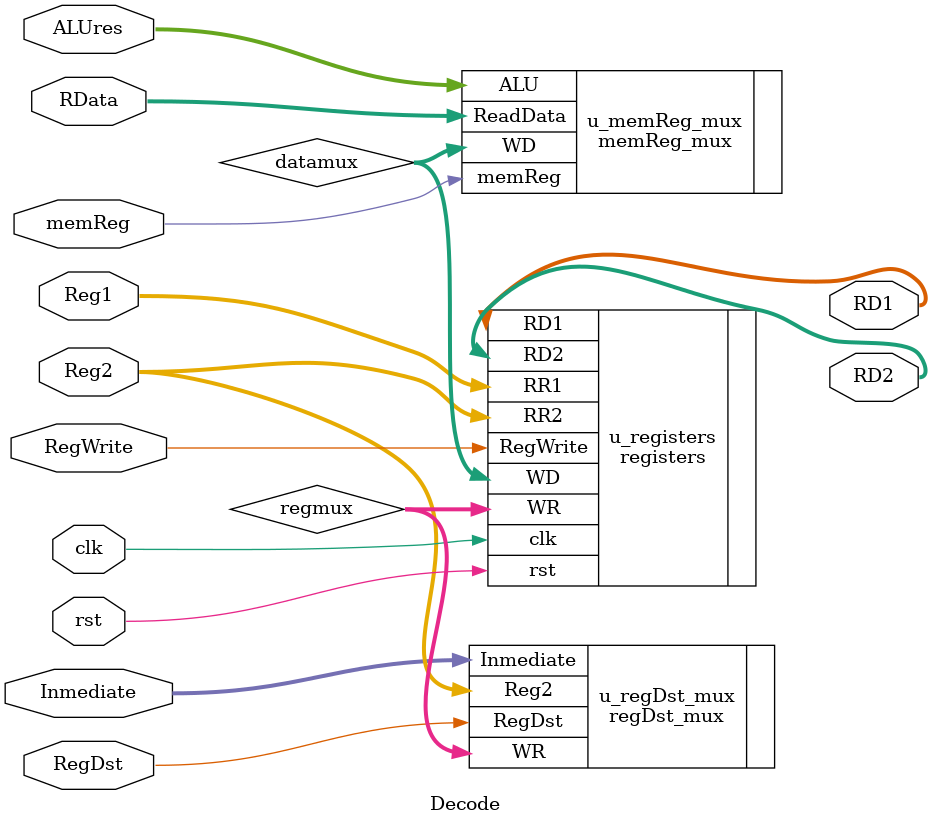
<source format=sv>
module Decode #( parameter WIDTH =32, DEPTH=5)
(
    input  wire               clk,       //Clock Signal
    input  wire               rst,       //Reset Signal
    input  reg                RegWrite,  //Writting Enable
    input  reg                memReg,    //Write Data Mux 
    input  reg                RegDst,    //Write Reg Mux
    input  reg  [(DEPTH-1):0] Reg1,      //Register Specifications
                              Reg2,
    input  reg  [15:0]        Inmediate, //Immediate Constant Value          
    input  reg  [(WIDTH-1):0] ALUres,    //ALU Result
                              RData,     //Readed Data  
    output reg  [(WIDTH-1):0] RD1, RD2   //Read Data                                            
);

wire [(DEPTH-1):0] regmux;
wire [(WIDTH-1):0] datamux;

registers u_registers(
    .clk      (clk),
    .rst      (rst),
    .RegWrite (RegWrite),
    .RR1      (Reg1),
    .RR2      (Reg2),
    .WR       (regmux),
    .WD       (datamux),
    .RD1      (RD1),
    .RD2      (RD2)
);

regDst_mux u_regDst_mux (
    .Reg2         (Reg2),
    .Inmediate    (Inmediate),
    .RegDst       (RegDst),
    .WR           (regmux)
);

memReg_mux u_memReg_mux (
    .ALU         (ALUres),
    .ReadData    (RData),
    .memReg      (memReg),
    .WD          (datamux)
);

    
endmodule
</source>
